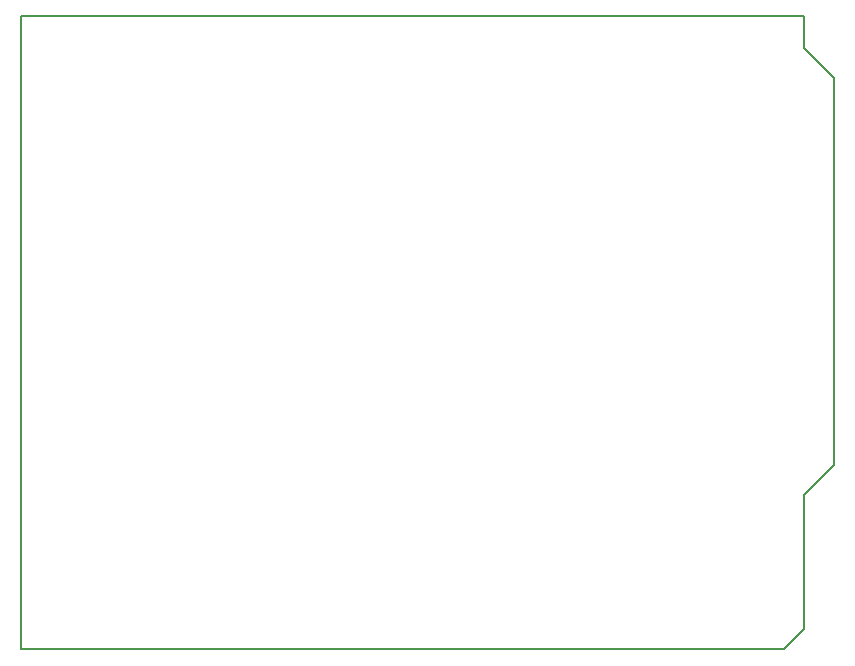
<source format=gbr>
G04 #@! TF.GenerationSoftware,KiCad,Pcbnew,(5.0.0-rc2-dev-668-g07e7340a9)*
G04 #@! TF.CreationDate,2019-04-05T10:17:21-04:00*
G04 #@! TF.ProjectId,MagLev,4D61674C65762E6B696361645F706362,rev?*
G04 #@! TF.SameCoordinates,Original*
G04 #@! TF.FileFunction,Profile,NP*
%FSLAX46Y46*%
G04 Gerber Fmt 4.6, Leading zero omitted, Abs format (unit mm)*
G04 Created by KiCad (PCBNEW (5.0.0-rc2-dev-668-g07e7340a9)) date 04/05/19 10:17:21*
%MOMM*%
%LPD*%
G01*
G04 APERTURE LIST*
%ADD10C,0.150000*%
G04 APERTURE END LIST*
D10*
X101000000Y-118600000D02*
X101000000Y-65000000D01*
X165600000Y-118600000D02*
X101000000Y-118600000D01*
X167300000Y-116900000D02*
X165600000Y-118600000D01*
X167300000Y-105500000D02*
X167300000Y-116900000D01*
X169800000Y-103000000D02*
X167300000Y-105500000D01*
X169800000Y-70200000D02*
X169800000Y-103000000D01*
X167300000Y-67700000D02*
X169800000Y-70200000D01*
X167300000Y-65000000D02*
X167300000Y-67700000D01*
X101000000Y-65000000D02*
X167300000Y-65000000D01*
M02*

</source>
